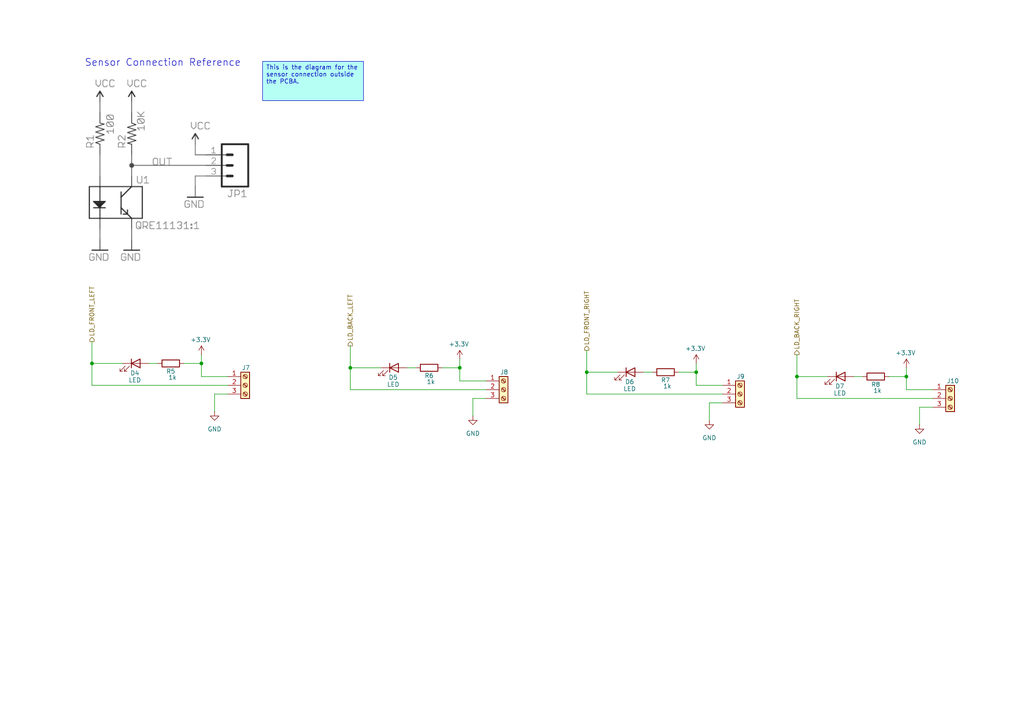
<source format=kicad_sch>
(kicad_sch (version 20250114) (generator "eeschema") (generator_version "9.0")
  (paper "A4")
  (lib_symbols
    (symbol "Connector:Screw_Terminal_01x03" (pin_names (offset 1.016) (hide yes))
      (property "Reference" "J" (at 0 5.08 0))
      (property "Value" "Screw_Terminal_01x03" (at 0 -5.08 0))
      (symbol "Screw_Terminal_01x03_1_1"
        (rectangle (start -1.27 3.81) (end 1.27 -3.81) (stroke (width 0.254)) (fill (type background)))
        (polyline (pts (xy -0.5334 2.8702) (xy 0.3302 2.032)) (stroke (width 0.1524)))
        (polyline (pts (xy -0.5334 0.3302) (xy 0.3302 -0.508)) (stroke (width 0.1524)))
        (polyline (pts (xy -0.5334 -2.2098) (xy 0.3302 -3.048)) (stroke (width 0.1524)))
        (polyline (pts (xy -0.3556 3.048) (xy 0.508 2.2098)) (stroke (width 0.1524)))
        (polyline (pts (xy -0.3556 0.508) (xy 0.508 -0.3302)) (stroke (width 0.1524)))
        (polyline (pts (xy -0.3556 -2.032) (xy 0.508 -2.8702)) (stroke (width 0.1524)))
        (circle (center 0 2.54) (radius 0.635) (stroke (width 0.1524)))
        (circle (center 0 0) (radius 0.635) (stroke (width 0.1524)))
        (circle (center 0 -2.54) (radius 0.635) (stroke (width 0.1524)))
        (pin passive line (at -5.08 2.54 0) (length 3.81) (name "Pin_1") (number "1"))
        (pin passive line (at -5.08 0 0) (length 3.81) (name "Pin_2") (number "2"))
        (pin passive line (at -5.08 -2.54 0) (length 3.81) (name "Pin_3") (number "3"))
      )
    )
    (symbol "Device:LED" (pin_numbers (hide yes)) (pin_names (offset 1.016) (hide yes))
      (property "Reference" "D" (at 0 2.54 0))
      (property "Value" "LED" (at 0 -2.54 0))
      (symbol "LED_0_1"
        (polyline (pts (xy -3.048 -0.762) (xy -4.572 -2.286) (xy -3.81 -2.286) (xy -4.572 -2.286) (xy -4.572 -1.524)))
        (polyline (pts (xy -1.778 -0.762) (xy -3.302 -2.286) (xy -2.54 -2.286) (xy -3.302 -2.286) (xy -3.302 -1.524)))
        (polyline (pts (xy -1.27 0) (xy 1.27 0)))
        (polyline (pts (xy -1.27 -1.27) (xy -1.27 1.27)) (stroke (width 0.254)))
        (polyline (pts (xy 1.27 -1.27) (xy 1.27 1.27) (xy -1.27 0) (xy 1.27 -1.27)) (stroke (width 0.254)))
      )
      (symbol "LED_1_1"
        (pin passive line (at -3.81 0 0) (length 2.54) (name "K") (number "1"))
        (pin passive line (at 3.81 0 180) (length 2.54) (name "A") (number "2"))
      )
    )
    (symbol "Device:R" (pin_numbers (hide yes)) (pin_names (offset 0))
      (property "Reference" "R" (at 2.032 0 90))
      (property "Value" "R" (at 0 0 90))
      (symbol "R_0_1"
        (rectangle (start -1.016 -2.54) (end 1.016 2.54) (stroke (width 0.254)))
      )
      (symbol "R_1_1"
        (pin passive line (at 0 3.81 270) (length 1.27) (name "~") (number "1"))
        (pin passive line (at 0 -3.81 90) (length 1.27) (name "~") (number "2"))
      )
    )
    (symbol "power:+3.3V" (power) (pin_numbers (hide yes)) (pin_names (offset 0) (hide yes))
      (property "Value" "+3.3V" (at 0 3.556 0))
      (symbol "+3.3V_0_1"
        (polyline (pts (xy -0.762 1.27) (xy 0 2.54)))
        (polyline (pts (xy 0 2.54) (xy 0.762 1.27)))
        (polyline (pts (xy 0 0) (xy 0 2.54)))
      )
      (symbol "+3.3V_1_1"
        (pin power_in line (at 0 0 90) (length 0) (name "~") (number "1"))
      )
    )
    (symbol "power:GND" (power) (pin_numbers (hide yes)) (pin_names (offset 0) (hide yes))
      (property "Value" "GND" (at 0 -3.81 0))
      (symbol "GND_0_1"
        (polyline (pts (xy 0 0) (xy 0 -1.27) (xy 1.27 -1.27) (xy 0 -2.54) (xy -1.27 -1.27) (xy 0 -1.27)))
      )
      (symbol "GND_1_1"
        (pin power_in line (at 0 0 270) (length 0) (name "~") (number "1"))
      )
    )
  )
  (text "Sensor Connection Reference " (at 48.006 18.288 0) (effects (font (size 2.032 2.032))))
  (text_box "This is the diagram for the sensor connection outside the PCBA. " (at 76.2 17.78 0) (size 29.21 11.43) (margins 0.9525 0.9525 0.9525 0.9525) (fill (type color) (color 181 255 245 1)) (effects (font (size 1.27 1.27)) (justify left top)))
  (junction (at 262.89 109.22))
  (junction (at 26.67 105.41))
  (junction (at 231.14 109.22))
  (junction (at 58.42 105.41))
  (junction (at 101.6 106.68))
  (junction (at 133.35 106.68))
  (junction (at 201.93 107.95))
  (junction (at 170.18 107.95))
  (wire (pts (xy 26.67 111.76) (xy 66.04 111.76)))
  (wire (pts (xy 205.74 116.84) (xy 205.74 121.92)))
  (wire (pts (xy 26.67 111.76) (xy 26.67 105.41)))
  (wire (pts (xy 170.18 114.3) (xy 209.55 114.3)))
  (wire (pts (xy 101.6 106.68) (xy 110.49 106.68)))
  (wire (pts (xy 262.89 113.03) (xy 270.51 113.03)))
  (wire (pts (xy 186.69 107.95) (xy 189.23 107.95)))
  (wire (pts (xy 231.14 109.22) (xy 240.03 109.22)))
  (wire (pts (xy 62.23 114.3) (xy 62.23 119.38)))
  (wire (pts (xy 266.7 118.11) (xy 266.7 123.19)))
  (wire (pts (xy 137.16 115.57) (xy 137.16 120.65)))
  (wire (pts (xy 196.85 107.95) (xy 201.93 107.95)))
  (wire (pts (xy 133.35 104.14) (xy 133.35 106.68)))
  (wire (pts (xy 262.89 106.68) (xy 262.89 109.22)))
  (wire (pts (xy 231.14 115.57) (xy 270.51 115.57)))
  (wire (pts (xy 133.35 106.68) (xy 133.35 110.49)))
  (wire (pts (xy 58.42 109.22) (xy 66.04 109.22)))
  (wire (pts (xy 247.65 109.22) (xy 250.19 109.22)))
  (wire (pts (xy 201.93 105.41) (xy 201.93 107.95)))
  (wire (pts (xy 140.97 115.57) (xy 137.16 115.57)))
  (wire (pts (xy 26.67 99.06) (xy 26.67 105.41)))
  (wire (pts (xy 257.81 109.22) (xy 262.89 109.22)))
  (wire (pts (xy 26.67 105.41) (xy 35.56 105.41)))
  (wire (pts (xy 118.11 106.68) (xy 120.65 106.68)))
  (wire (pts (xy 53.34 105.41) (xy 58.42 105.41)))
  (wire (pts (xy 101.6 113.03) (xy 140.97 113.03)))
  (wire (pts (xy 201.93 111.76) (xy 209.55 111.76)))
  (wire (pts (xy 231.14 102.87) (xy 231.14 109.22)))
  (wire (pts (xy 209.55 116.84) (xy 205.74 116.84)))
  (wire (pts (xy 270.51 118.11) (xy 266.7 118.11)))
  (wire (pts (xy 201.93 107.95) (xy 201.93 111.76)))
  (wire (pts (xy 231.14 115.57) (xy 231.14 109.22)))
  (wire (pts (xy 58.42 105.41) (xy 58.42 109.22)))
  (wire (pts (xy 170.18 114.3) (xy 170.18 107.95)))
  (wire (pts (xy 262.89 109.22) (xy 262.89 113.03)))
  (wire (pts (xy 170.18 107.95) (xy 179.07 107.95)))
  (wire (pts (xy 101.6 113.03) (xy 101.6 106.68)))
  (wire (pts (xy 133.35 110.49) (xy 140.97 110.49)))
  (wire (pts (xy 170.18 101.6) (xy 170.18 107.95)))
  (wire (pts (xy 128.27 106.68) (xy 133.35 106.68)))
  (wire (pts (xy 58.42 102.87) (xy 58.42 105.41)))
  (wire (pts (xy 101.6 100.33) (xy 101.6 106.68)))
  (wire (pts (xy 43.18 105.41) (xy 45.72 105.41)))
  (wire (pts (xy 66.04 114.3) (xy 62.23 114.3)))
  (image (at 48.26 49.53) (scale 0.526385))
  (hierarchical_label "LD_FRONT_LEFT" (shape output) (at 26.67 99.06 90))
  (hierarchical_label "LD_BACK_LEFT" (shape output) (at 101.6 100.33 90))
  (hierarchical_label "LD_BACK_RIGHT" (shape output) (at 231.14 102.87 90))
  (hierarchical_label "LD_FRONT_RIGHT" (shape output) (at 170.18 101.6 90))
  (symbol (lib_id "Device:LED") (at 114.3 106.68 0) (unit 1)
    (property "Reference" "D5" (at 114.046 109.474 0))
    (property "Value" "LED" (at 114.046 111.506 0))
    (property "Footprint" "LED_SMD:LED_1210_3225Metric" (effects (hide yes)))
    (property "Description" "Light emitting diode" (effects (hide yes)))
    (property "Sim.Pins" "1=K 2=A" (effects (hide yes)))
  )
  (symbol (lib_id "Device:LED") (at 243.84 109.22 0) (unit 1)
    (property "Reference" "D7" (at 243.586 112.014 0))
    (property "Value" "LED" (at 243.586 114.046 0))
    (property "Footprint" "LED_SMD:LED_1210_3225Metric" (effects (hide yes)))
    (property "Description" "Light emitting diode" (effects (hide yes)))
    (property "Sim.Pins" "1=K 2=A" (effects (hide yes)))
  )
  (symbol (lib_id "Connector:Screw_Terminal_01x03") (at 71.12 111.76 0) (unit 1)
    (property "Reference" "J7" (at 70.104 106.68 0) (effects (justify left)))
    (property "Value" "Screw_Terminal_01x03" (effects (hide yes)))
    (property "Description" "Generic screw terminal, single row, 01x03, script generated (kicad-library-utils/schlib/autogen/connector/)" (effects (hide yes)))
  )
  (symbol (lib_id "Device:LED") (at 182.88 107.95 0) (unit 1)
    (property "Reference" "D6" (at 182.626 110.744 0))
    (property "Value" "LED" (at 182.626 112.776 0))
    (property "Footprint" "LED_SMD:LED_1210_3225Metric" (effects (hide yes)))
    (property "Description" "Light emitting diode" (effects (hide yes)))
    (property "Sim.Pins" "1=K 2=A" (effects (hide yes)))
  )
  (symbol (lib_id "Connector:Screw_Terminal_01x03") (at 146.05 113.03 0) (unit 1)
    (property "Reference" "J8" (at 145.034 107.95 0) (effects (justify left)))
    (property "Value" "Screw_Terminal_01x03" (effects (hide yes)))
    (property "Description" "Generic screw terminal, single row, 01x03, script generated (kicad-library-utils/schlib/autogen/connector/)" (effects (hide yes)))
  )
  (symbol (lib_id "power:GND") (at 62.23 119.38 0) (unit 1)
    (property "Reference" "#PWR024" (effects (hide yes)))
    (property "Value" "GND" (at 62.23 124.46 0))
    (property "Description" "Power symbol creates a global label with name \"GND\" , ground" (effects (hide yes)))
  )
  (symbol (lib_id "Device:LED") (at 39.37 105.41 0) (unit 1)
    (property "Reference" "D4" (at 39.116 108.204 0))
    (property "Value" "LED" (at 39.116 110.236 0))
    (property "Footprint" "LED_SMD:LED_1210_3225Metric" (effects (hide yes)))
    (property "Description" "Light emitting diode" (effects (hide yes)))
    (property "Sim.Pins" "1=K 2=A" (effects (hide yes)))
  )
  (symbol (lib_id "Device:R") (at 193.04 107.95 90) (unit 1)
    (property "Reference" "R7" (at 193.04 110.236 90))
    (property "Value" "1k" (at 193.548 112.014 90))
    (property "Footprint" "Resistor_SMD:R_1210_3225Metric" (effects (hide yes)))
    (property "Description" "Resistor" (effects (hide yes)))
  )
  (symbol (lib_id "power:GND") (at 137.16 120.65 0) (unit 1)
    (property "Reference" "#PWR026" (effects (hide yes)))
    (property "Value" "GND" (at 137.16 125.73 0))
    (property "Description" "Power symbol creates a global label with name \"GND\" , ground" (effects (hide yes)))
  )
  (symbol (lib_id "Connector:Screw_Terminal_01x03") (at 214.63 114.3 0) (unit 1)
    (property "Reference" "J9" (at 213.614 109.22 0) (effects (justify left)))
    (property "Value" "Screw_Terminal_01x03" (effects (hide yes)))
    (property "Description" "Generic screw terminal, single row, 01x03, script generated (kicad-library-utils/schlib/autogen/connector/)" (effects (hide yes)))
  )
  (symbol (lib_id "power:+3.3V") (at 133.35 104.14 0) (unit 1)
    (property "Reference" "#PWR025" (effects (hide yes)))
    (property "Value" "+3.3V" (at 133.096 99.822 0))
    (property "Description" "Power symbol creates a global label with name \"+3.3V\"" (effects (hide yes)))
  )
  (symbol (lib_id "power:+3.3V") (at 201.93 105.41 0) (unit 1)
    (property "Reference" "#PWR027" (effects (hide yes)))
    (property "Value" "+3.3V" (at 201.676 101.092 0))
    (property "Description" "Power symbol creates a global label with name \"+3.3V\"" (effects (hide yes)))
  )
  (symbol (lib_id "power:+3.3V") (at 262.89 106.68 0) (unit 1)
    (property "Reference" "#PWR029" (effects (hide yes)))
    (property "Value" "+3.3V" (at 262.636 102.362 0))
    (property "Description" "Power symbol creates a global label with name \"+3.3V\"" (effects (hide yes)))
  )
  (symbol (lib_id "power:+3.3V") (at 58.42 102.87 0) (unit 1)
    (property "Reference" "#PWR023" (effects (hide yes)))
    (property "Value" "+3.3V" (at 58.166 98.552 0))
    (property "Description" "Power symbol creates a global label with name \"+3.3V\"" (effects (hide yes)))
  )
  (symbol (lib_id "Device:R") (at 254 109.22 90) (unit 1)
    (property "Reference" "R8" (at 254 111.506 90))
    (property "Value" "1k" (at 254.508 113.284 90))
    (property "Footprint" "Resistor_SMD:R_1210_3225Metric" (effects (hide yes)))
    (property "Description" "Resistor" (effects (hide yes)))
  )
  (symbol (lib_id "power:GND") (at 266.7 123.19 0) (unit 1)
    (property "Reference" "#PWR030" (effects (hide yes)))
    (property "Value" "GND" (at 266.7 128.27 0))
    (property "Description" "Power symbol creates a global label with name \"GND\" , ground" (effects (hide yes)))
  )
  (symbol (lib_id "Connector:Screw_Terminal_01x03") (at 275.59 115.57 0) (unit 1)
    (property "Reference" "J10" (at 274.574 110.49 0) (effects (justify left)))
    (property "Value" "Screw_Terminal_01x03" (effects (hide yes)))
    (property "Description" "Generic screw terminal, single row, 01x03, script generated (kicad-library-utils/schlib/autogen/connector/)" (effects (hide yes)))
  )
  (symbol (lib_id "power:GND") (at 205.74 121.92 0) (unit 1)
    (property "Reference" "#PWR028" (effects (hide yes)))
    (property "Value" "GND" (at 205.74 127 0))
    (property "Description" "Power symbol creates a global label with name \"GND\" , ground" (effects (hide yes)))
  )
  (symbol (lib_id "Device:R") (at 124.46 106.68 90) (unit 1)
    (property "Reference" "R6" (at 124.46 108.966 90))
    (property "Value" "1k" (at 124.968 110.744 90))
    (property "Footprint" "Resistor_SMD:R_1210_3225Metric" (effects (hide yes)))
    (property "Description" "Resistor" (effects (hide yes)))
  )
  (symbol (lib_id "Device:R") (at 49.53 105.41 90) (unit 1)
    (property "Reference" "R5" (at 49.53 107.696 90))
    (property "Value" "1k" (at 50.038 109.474 90))
    (property "Footprint" "Resistor_SMD:R_1210_3225Metric" (effects (hide yes)))
    (property "Description" "Resistor" (effects (hide yes)))
  )
)
</source>
